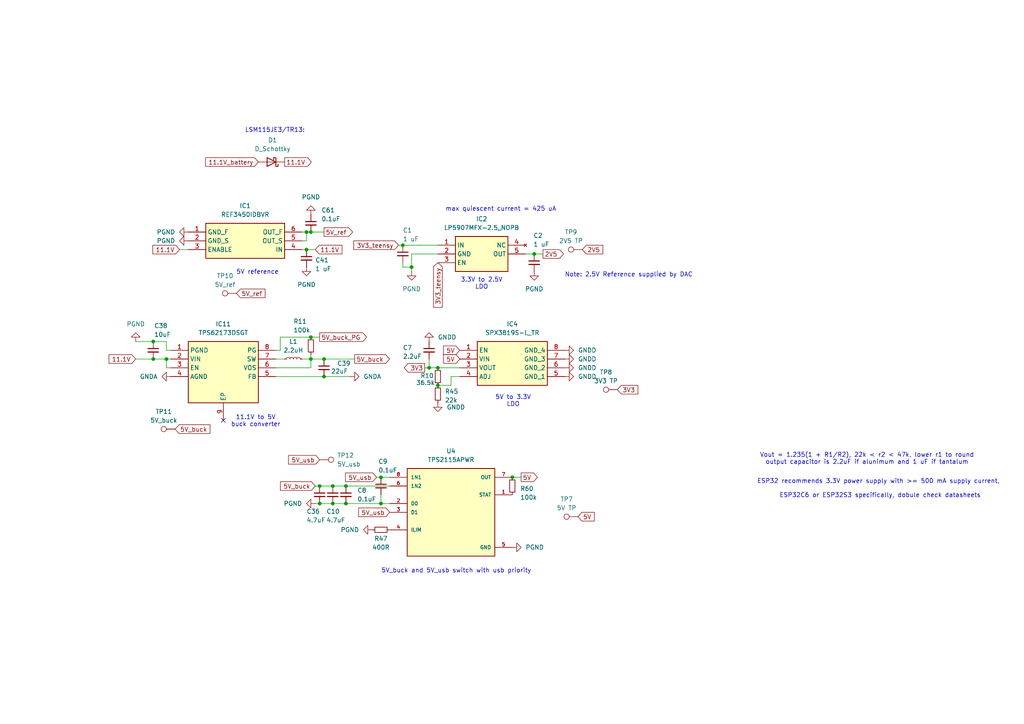
<source format=kicad_sch>
(kicad_sch (version 20250114) (generator "eeschema") (generator_version "9.0")
  (paper "A4")
  (lib_symbols
    (symbol "22XT_Main:LP5907MFX-2.5_NOPB"
      (property "Reference" "IC" (at 21.59 7.62 0))
      (property "Value" "LP5907MFX-2.5_NOPB" (at 21.59 5.08 0))
      (symbol "LP5907MFX-2.5_NOPB_1_1"
        (rectangle (start 5.08 2.54) (end 20.32 -7.62) (stroke (width 0.254)) (fill (type background)))
        (pin passive line (at 0 0 0) (length 5.08) (name "IN") (number "1"))
        (pin passive line (at 0 -2.54 0) (length 5.08) (name "GND") (number "2"))
        (pin passive line (at 0 -5.08 0) (length 5.08) (name "EN") (number "3"))
        (pin no_connect line (at 25.4 0 180) (length 5.08) (name "NC") (number "4"))
        (pin passive line (at 25.4 -2.54 180) (length 5.08) (name "OUT") (number "5"))
      )
    )
    (symbol "22XT_Main:SPX3819S-L_TR"
      (property "Reference" "IC" (at 26.67 7.62 0))
      (property "Value" "SPX3819S-L_TR" (at 26.67 5.08 0))
      (symbol "SPX3819S-L_TR_1_1"
        (rectangle (start 5.08 2.54) (end 25.4 -10.16) (stroke (width 0.254)) (fill (type background)))
        (pin passive line (at 0 0 0) (length 5.08) (name "EN") (number "1"))
        (pin passive line (at 0 -2.54 0) (length 5.08) (name "VIN") (number "2"))
        (pin passive line (at 0 -5.08 0) (length 5.08) (name "VOUT") (number "3"))
        (pin passive line (at 0 -7.62 0) (length 5.08) (name "ADJ") (number "4"))
        (pin passive line (at 30.48 0 180) (length 5.08) (name "GND_4") (number "8"))
        (pin passive line (at 30.48 -2.54 180) (length 5.08) (name "GND_3") (number "7"))
        (pin passive line (at 30.48 -5.08 180) (length 5.08) (name "GND_2") (number "6"))
        (pin passive line (at 30.48 -7.62 180) (length 5.08) (name "GND_1") (number "5"))
      )
    )
    (symbol "22XT_Main:TPS2115APWR" (pin_names (offset 1.016))
      (property "Reference" "U" (at -12.7 13.7 0))
      (property "Value" "TPS2115APWR" (at -12.7 -15.24 0))
      (symbol "TPS2115APWR_0_0"
        (rectangle (start -12.7 -12.7) (end 12.7 12.7) (stroke (width 0.254)) (fill (type background)))
        (pin input line (at -17.78 10.16 0) (length 5.08) (name "1N1") (number "8"))
        (pin input line (at -17.78 7.62 0) (length 5.08) (name "1N2") (number "6"))
        (pin input line (at -17.78 2.54 0) (length 5.08) (name "D0") (number "2"))
        (pin input line (at -17.78 0 0) (length 5.08) (name "D1") (number "3"))
        (pin passive line (at -17.78 -5.08 0) (length 5.08) (name "ILIM") (number "4"))
        (pin output line (at 17.78 10.16 180) (length 5.08) (name "OUT") (number "7"))
        (pin output line (at 17.78 5.08 180) (length 5.08) (name "STAT") (number "1"))
        (pin power_in line (at 17.78 -10.16 180) (length 5.08) (name "GND") (number "5"))
      )
    )
    (symbol "22XT_Main:TPS62173DSGT"
      (property "Reference" "IC" (at 26.67 7.62 0))
      (property "Value" "TPS62173DSGT" (at 26.67 5.08 0))
      (symbol "TPS62173DSGT_1_1"
        (rectangle (start 5.08 2.54) (end 25.4 -15.24) (stroke (width 0.254)) (fill (type background)))
        (pin passive line (at 0 0 0) (length 5.08) (name "PGND") (number "1"))
        (pin passive line (at 0 -2.54 0) (length 5.08) (name "VIN") (number "2"))
        (pin passive line (at 0 -5.08 0) (length 5.08) (name "EN") (number "3"))
        (pin passive line (at 0 -7.62 0) (length 5.08) (name "AGND") (number "4"))
        (pin passive line (at 15.24 -20.32 90) (length 5.08) (name "EP") (number "9"))
        (pin passive line (at 30.48 0 180) (length 5.08) (name "PG") (number "8"))
        (pin passive line (at 30.48 -2.54 180) (length 5.08) (name "SW") (number "7"))
        (pin passive line (at 30.48 -5.08 180) (length 5.08) (name "VOS") (number "6"))
        (pin passive line (at 30.48 -7.62 180) (length 5.08) (name "FB") (number "5"))
      )
    )
    (symbol "22XT_Main_v2:REF3450IDBVR"
      (property "Reference" "IC" (at 29.21 7.62 0))
      (property "Value" "REF3450IDBVR" (at 29.21 5.08 0))
      (symbol "REF3450IDBVR_1_1"
        (rectangle (start 5.08 2.54) (end 27.94 -7.62) (stroke (width 0.254)) (fill (type background)))
        (pin passive line (at 0 0 0) (length 5.08) (name "GND_F") (number "1"))
        (pin passive line (at 0 -2.54 0) (length 5.08) (name "GND_S") (number "2"))
        (pin passive line (at 0 -5.08 0) (length 5.08) (name "ENABLE") (number "3"))
        (pin passive line (at 33.02 0 180) (length 5.08) (name "OUT_F") (number "6"))
        (pin passive line (at 33.02 -2.54 180) (length 5.08) (name "OUT_S") (number "5"))
        (pin passive line (at 33.02 -5.08 180) (length 5.08) (name "IN") (number "4"))
      )
    )
    (symbol "Connector:TestPoint" (pin_numbers (hide yes)) (pin_names (offset 0.762) (hide yes))
      (property "Reference" "TP" (at 0 6.858 0))
      (property "Value" "TestPoint" (at 0 5.08 0))
      (symbol "TestPoint_0_1"
        (circle (center 0 3.302) (radius 0.762))
      )
      (symbol "TestPoint_1_1"
        (pin passive line (at 0 0 90) (length 2.54) (name "1") (number "1"))
      )
    )
    (symbol "Device:C_Small" (pin_numbers (hide yes)) (pin_names (offset 0.254) (hide yes))
      (property "Reference" "C" (at 0.254 1.778 0))
      (property "Value" "C_Small" (at 0.254 -2.032 0))
      (symbol "C_Small_0_1"
        (polyline (pts (xy -1.524 0.508) (xy 1.524 0.508)) (stroke (width 0.3048)))
        (polyline (pts (xy -1.524 -0.508) (xy 1.524 -0.508)) (stroke (width 0.3302)))
      )
      (symbol "C_Small_1_1"
        (pin passive line (at 0 2.54 270) (length 2.032) (name "~") (number "1"))
        (pin passive line (at 0 -2.54 90) (length 2.032) (name "~") (number "2"))
      )
    )
    (symbol "Device:D_Schottky" (pin_numbers (hide yes)) (pin_names (offset 1.016) (hide yes))
      (property "Reference" "D" (at 0 2.54 0))
      (property "Value" "D_Schottky" (at 0 -2.54 0))
      (symbol "D_Schottky_0_1"
        (polyline (pts (xy -1.905 0.635) (xy -1.905 1.27) (xy -1.27 1.27) (xy -1.27 -1.27) (xy -0.635 -1.27) (xy -0.635 -0.635)) (stroke (width 0.254)))
        (polyline (pts (xy 1.27 1.27) (xy 1.27 -1.27) (xy -1.27 0) (xy 1.27 1.27)) (stroke (width 0.254)))
        (polyline (pts (xy 1.27 0) (xy -1.27 0)))
      )
      (symbol "D_Schottky_1_1"
        (pin passive line (at -3.81 0 0) (length 2.54) (name "K") (number "1"))
        (pin passive line (at 3.81 0 180) (length 2.54) (name "A") (number "2"))
      )
    )
    (symbol "Device:L_Small" (pin_numbers (hide yes)) (pin_names (offset 0.254) (hide yes))
      (property "Reference" "L" (at 0.762 1.016 0))
      (property "Value" "L_Small" (at 0.762 -1.016 0))
      (symbol "L_Small_0_1"
        (arc (start 0 2.032) (mid 0.5058 1.524) (end 0 1.016))
        (arc (start 0 1.016) (mid 0.5058 0.508) (end 0 0))
        (arc (start 0 0) (mid 0.5058 -0.508) (end 0 -1.016))
        (arc (start 0 -1.016) (mid 0.5058 -1.524) (end 0 -2.032))
      )
      (symbol "L_Small_1_1"
        (pin passive line (at 0 2.54 270) (length 0.508) (name "~") (number "1"))
        (pin passive line (at 0 -2.54 90) (length 0.508) (name "~") (number "2"))
      )
    )
    (symbol "Device:R_Small" (pin_numbers (hide yes)) (pin_names (offset 0.254) (hide yes))
      (property "Reference" "R" (at 0.762 0.508 0))
      (property "Value" "R_Small" (at 0.762 -1.016 0))
      (symbol "R_Small_0_1"
        (rectangle (start -0.762 1.778) (end 0.762 -1.778) (stroke (width 0.2032)))
      )
      (symbol "R_Small_1_1"
        (pin passive line (at 0 2.54 270) (length 0.762) (name "~") (number "1"))
        (pin passive line (at 0 -2.54 90) (length 0.762) (name "~") (number "2"))
      )
    )
    (symbol "power:GNDA" (power) (pin_numbers (hide yes)) (pin_names (offset 0) (hide yes))
      (property "Value" "GNDA" (at 0 -3.81 0))
      (symbol "GNDA_0_1"
        (polyline (pts (xy 0 0) (xy 0 -1.27) (xy 1.27 -1.27) (xy 0 -2.54) (xy -1.27 -1.27) (xy 0 -1.27)))
      )
      (symbol "GNDA_1_1"
        (pin power_in line (at 0 0 270) (length 0) (name "~") (number "1"))
      )
    )
  )
  (text "LSM115JE3/TR13:" (at 79.756 37.846 0) (effects (font (size 1.27 1.27))))
  (text "5V to 3.3V\nLDO" (at 148.844 116.332 0) (effects (font (size 1.27 1.27))))
  (text "11.1V to 5V\nbuck converter" (at 74.168 122.174 0) (effects (font (size 1.27 1.27))))
  (text "5V_buck and 5V_usb switch with usb priority\n" (at 132.334 165.608 0) (effects (font (size 1.27 1.27))))
  (text "max quiescent current = 425 uA" (at 145.288 60.706 0) (effects (font (size 1.27 1.27))))
  (text "ESP32 recommends 3.3V power supply with >= 500 mA supply current, \n\nESP32C6 or ESP32S3 specifically, dobule check datasheets\n" (at 255.27 141.732 0) (effects (font (size 1.27 1.27))))
  (text "5V reference\n" (at 74.676 78.994 0) (effects (font (size 1.27 1.27))))
  (text "Vout = 1.235(1 + R1/R2), 22k < r2 < 47k, lower r1 to round\noutput capacitor is 2.2uF if alunimum and 1 uF if tantalum" (at 251.46 133.096 0) (effects (font (size 1.27 1.27))))
  (text "3.3V to 2.5V\nLDO" (at 139.7 82.296 0) (effects (font (size 1.27 1.27))))
  (text "Note: 2.5V Reference supplied by DAC" (at 182.372 79.756 0) (effects (font (size 1.27 1.27))))
  (junction (at 124.46 106.68))
  (junction (at 93.98 109.22))
  (junction (at 88.9 67.31))
  (junction (at 100.33 140.97))
  (junction (at 148.59 138.43))
  (junction (at 90.17 97.79))
  (junction (at 92.71 140.97))
  (junction (at 44.45 99.06))
  (junction (at 110.49 146.05))
  (junction (at 44.45 104.14))
  (junction (at 154.94 73.66))
  (junction (at 119.38 77.47))
  (junction (at 96.52 140.97))
  (junction (at 90.17 104.14))
  (junction (at 90.17 67.31))
  (junction (at 116.84 71.12))
  (junction (at 127 106.68))
  (junction (at 93.98 104.14))
  (junction (at 96.52 146.05))
  (junction (at 100.33 146.05))
  (junction (at 88.9 72.39))
  (junction (at 92.71 146.05))
  (junction (at 48.26 104.14))
  (junction (at 110.49 138.43))
  (junction (at 127 111.76))
  (no_connect (at 64.77 121.92))
  (wire (pts (xy 96.52 146.05) (xy 100.33 146.05)))
  (wire (pts (xy 90.17 104.14) (xy 93.98 104.14)))
  (wire (pts (xy 81.28 97.79) (xy 90.17 97.79)))
  (wire (pts (xy 151.13 138.43) (xy 148.59 138.43)))
  (wire (pts (xy 48.26 101.6) (xy 49.53 101.6)))
  (wire (pts (xy 116.84 77.47) (xy 116.84 76.2)))
  (wire (pts (xy 110.49 146.05) (xy 113.03 146.05)))
  (wire (pts (xy 100.33 146.05) (xy 110.49 146.05)))
  (wire (pts (xy 157.48 73.66) (xy 154.94 73.66)))
  (wire (pts (xy 119.38 78.74) (xy 119.38 77.47)))
  (wire (pts (xy 39.37 104.14) (xy 44.45 104.14)))
  (wire (pts (xy 119.38 77.47) (xy 116.84 77.47)))
  (wire (pts (xy 48.26 106.68) (xy 48.26 104.14)))
  (wire (pts (xy 90.17 104.14) (xy 90.17 106.68)))
  (wire (pts (xy 80.01 101.6) (xy 81.28 101.6)))
  (wire (pts (xy 87.63 69.85) (xy 88.9 69.85)))
  (wire (pts (xy 101.6 109.22) (xy 93.98 109.22)))
  (wire (pts (xy 154.94 73.66) (xy 152.4 73.66)))
  (wire (pts (xy 127 111.76) (xy 130.81 111.76)))
  (wire (pts (xy 109.22 138.43) (xy 110.49 138.43)))
  (wire (pts (xy 90.17 97.79) (xy 92.71 97.79)))
  (wire (pts (xy 119.38 73.66) (xy 127 73.66)))
  (wire (pts (xy 80.01 104.14) (xy 82.55 104.14)))
  (wire (pts (xy 91.44 146.05) (xy 92.71 146.05)))
  (wire (pts (xy 87.63 72.39) (xy 88.9 72.39)))
  (wire (pts (xy 90.17 67.31) (xy 93.98 67.31)))
  (wire (pts (xy 96.52 140.97) (xy 100.33 140.97)))
  (wire (pts (xy 130.81 109.22) (xy 133.35 109.22)))
  (wire (pts (xy 48.26 104.14) (xy 49.53 104.14)))
  (wire (pts (xy 110.49 138.43) (xy 113.03 138.43)))
  (wire (pts (xy 127 106.68) (xy 133.35 106.68)))
  (wire (pts (xy 116.84 71.12) (xy 127 71.12)))
  (wire (pts (xy 93.98 109.22) (xy 80.01 109.22)))
  (wire (pts (xy 124.46 104.14) (xy 124.46 106.68)))
  (wire (pts (xy 80.01 106.68) (xy 90.17 106.68)))
  (wire (pts (xy 49.53 106.68) (xy 48.26 106.68)))
  (wire (pts (xy 87.63 104.14) (xy 90.17 104.14)))
  (wire (pts (xy 88.9 67.31) (xy 90.17 67.31)))
  (wire (pts (xy 92.71 146.05) (xy 96.52 146.05)))
  (wire (pts (xy 91.44 140.97) (xy 92.71 140.97)))
  (wire (pts (xy 115.57 71.12) (xy 116.84 71.12)))
  (wire (pts (xy 100.33 140.97) (xy 113.03 140.97)))
  (wire (pts (xy 44.45 104.14) (xy 48.26 104.14)))
  (wire (pts (xy 48.26 99.06) (xy 48.26 101.6)))
  (wire (pts (xy 39.37 99.06) (xy 44.45 99.06)))
  (wire (pts (xy 110.49 143.51) (xy 110.49 146.05)))
  (wire (pts (xy 92.71 140.97) (xy 96.52 140.97)))
  (wire (pts (xy 90.17 102.87) (xy 90.17 104.14)))
  (wire (pts (xy 130.81 111.76) (xy 130.81 109.22)))
  (wire (pts (xy 52.07 72.39) (xy 54.61 72.39)))
  (wire (pts (xy 102.87 104.14) (xy 93.98 104.14)))
  (wire (pts (xy 123.19 106.68) (xy 124.46 106.68)))
  (wire (pts (xy 44.45 99.06) (xy 48.26 99.06)))
  (wire (pts (xy 87.63 67.31) (xy 88.9 67.31)))
  (wire (pts (xy 91.44 72.39) (xy 88.9 72.39)))
  (wire (pts (xy 88.9 69.85) (xy 88.9 67.31)))
  (wire (pts (xy 119.38 77.47) (xy 119.38 73.66)))
  (wire (pts (xy 124.46 106.68) (xy 127 106.68)))
  (wire (pts (xy 81.28 101.6) (xy 81.28 97.79)))
  (global_label "11.1V" (shape input) (at 52.07 72.39 180) (property "Intersheetrefs" "${INTERSHEET_REFS}" (effects (hide yes))))
  (global_label "3V3" (shape input) (at 179.07 113.03 0) (property "Intersheetrefs" "${INTERSHEET_REFS}" (effects (hide yes))))
  (global_label "5V" (shape input) (at 133.35 104.14 180) (property "Intersheetrefs" "${INTERSHEET_REFS}" (effects (hide yes))))
  (global_label "11.1V" (shape input) (at 91.44 72.39 0) (property "Intersheetrefs" "${INTERSHEET_REFS}" (effects (hide yes))))
  (global_label "3V3_teensy" (shape input) (at 115.57 71.12 180) (property "Intersheetrefs" "${INTERSHEET_REFS}" (effects (hide yes))))
  (global_label "3V3_teensy" (shape input) (at 127 76.2 270) (property "Intersheetrefs" "${INTERSHEET_REFS}" (effects (hide yes))))
  (global_label "5V_ref" (shape input) (at 68.58 85.09 0) (property "Intersheetrefs" "${INTERSHEET_REFS}" (effects (hide yes))))
  (global_label "5V" (shape output) (at 151.13 138.43 0) (property "Intersheetrefs" "${INTERSHEET_REFS}" (effects (hide yes))))
  (global_label "5V_ref" (shape output) (at 93.98 67.31 0) (property "Intersheetrefs" "${INTERSHEET_REFS}" (effects (hide yes))))
  (global_label "5V_usb" (shape input) (at 113.03 148.59 180) (property "Intersheetrefs" "${INTERSHEET_REFS}" (effects (hide yes))))
  (global_label "5V_usb" (shape input) (at 92.71 133.35 180) (property "Intersheetrefs" "${INTERSHEET_REFS}" (effects (hide yes))))
  (global_label "5V_usb" (shape input) (at 109.22 138.43 180) (property "Intersheetrefs" "${INTERSHEET_REFS}" (effects (hide yes))))
  (global_label "5V_buck" (shape input) (at 91.44 140.97 180) (property "Intersheetrefs" "${INTERSHEET_REFS}" (effects (hide yes))))
  (global_label "3V3" (shape output) (at 123.19 106.68 180) (property "Intersheetrefs" "${INTERSHEET_REFS}" (effects (hide yes))))
  (global_label "5V" (shape input) (at 167.64 149.86 0) (property "Intersheetrefs" "${INTERSHEET_REFS}" (effects (hide yes))))
  (global_label "5V_buck" (shape output) (at 102.87 104.14 0) (property "Intersheetrefs" "${INTERSHEET_REFS}" (effects (hide yes))))
  (global_label "5V" (shape input) (at 133.35 101.6 180) (property "Intersheetrefs" "${INTERSHEET_REFS}" (effects (hide yes))))
  (global_label "11.1V" (shape input) (at 39.37 104.14 180) (property "Intersheetrefs" "${INTERSHEET_REFS}" (effects (hide yes))))
  (global_label "5V_buck_PG" (shape output) (at 92.71 97.79 0) (property "Intersheetrefs" "${INTERSHEET_REFS}" (effects (hide yes))))
  (global_label "11.1V" (shape output) (at 82.55 46.99 0) (property "Intersheetrefs" "${INTERSHEET_REFS}" (effects (hide yes))))
  (global_label "2V5" (shape output) (at 157.48 73.66 0) (property "Intersheetrefs" "${INTERSHEET_REFS}" (effects (hide yes))))
  (global_label "5V_buck" (shape input) (at 50.8 124.46 0) (property "Intersheetrefs" "${INTERSHEET_REFS}" (effects (hide yes))))
  (global_label "2V5" (shape input) (at 168.91 72.39 0) (property "Intersheetrefs" "${INTERSHEET_REFS}" (effects (hide yes))))
  (global_label "11.1V_battery" (shape input) (at 74.93 46.99 180) (property "Intersheetrefs" "${INTERSHEET_REFS}" (effects (hide yes))))
  (symbol (lib_id "Device:R_Small") (at 127 109.22 0) (unit 1)
    (property "Reference" "R10" (at 121.92 108.966 0) (effects (justify left)))
    (property "Value" "36.5k" (at 120.65 110.998 0) (effects (justify left)))
    (property "Footprint" "Resistor_SMD:R_0402_1005Metric" (effects (hide yes)))
    (property "Description" "Resistor, small symbol" (effects (hide yes)))
  )
  (symbol (lib_id "power:GNDA") (at 127 116.84 0) (unit 1)
    (property "Reference" "#PWR033" (effects (hide yes)))
    (property "Value" "GNDD" (at 129.54 118.1099 0) (effects (justify left)))
    (property "Description" "Power symbol creates a global label with name \"GNDA\" , analog ground" (effects (hide yes)))
  )
  (symbol (lib_id "Device:D_Schottky") (at 78.74 46.99 180) (unit 1)
    (property "Reference" "D1" (at 79.0575 40.64 0))
    (property "Value" "D_Schottky" (at 79.0575 43.18 0))
    (property "Footprint" "22XT_Main:DO-214BA_MCH" (effects (hide yes)))
    (property "Description" "Schottky diode" (effects (hide yes)))
  )
  (symbol (lib_id "power:GNDA") (at 119.38 78.74 0) (unit 1)
    (property "Reference" "#PWR011" (effects (hide yes)))
    (property "Value" "PGND" (at 119.38 83.82 0))
    (property "Description" "Power symbol creates a global label with name \"GNDA\" , analog ground" (effects (hide yes)))
  )
  (symbol (lib_id "22XT_Main:TPS62173DSGT") (at 49.53 101.6 0) (unit 1)
    (property "Reference" "IC11" (at 64.77 93.98 0))
    (property "Value" "TPS62173DSGT" (at 64.77 96.52 0))
    (property "Footprint" "22XT_Main:SON50P200X200X80-9N" (effects (hide yes)))
    (property "Datasheet" "http://www.ti.com/lit/gpn/tps62173" (effects (hide yes)))
    (property "Description" "317V 0.5A Step-Down Converter in 2x2 QFN package" (effects (hide yes)))
    (property "Height" "0.8" (effects (hide yes)))
    (property "Mouser Part Number" "595-TPS62173DSGT" (effects (hide yes)))
    (property "Mouser Price/Stock" "https://www.mouser.co.uk/ProductDetail/Texas-Instruments/TPS62173DSGT?qs=gXEV9p%2FxLgfTBYNt8DeoOw%3D%3D" (effects (hide yes)))
    (property "Manufacturer_Name" "Texas Instruments" (effects (hide yes)))
    (property "Manufacturer_Part_Number" "TPS62173DSGT" (effects (hide yes)))
  )
  (symbol (lib_id "Device:C_Small") (at 88.9 74.93 0) (unit 1)
    (property "Reference" "C41" (at 91.44 75.438 0) (effects (justify left)))
    (property "Value" "1 uF" (at 91.44 77.978 0) (effects (justify left)))
    (property "Footprint" "Capacitor_SMD:C_0402_1005Metric" (effects (hide yes)))
    (property "Description" "Unpolarized capacitor, small symbol" (effects (hide yes)))
  )
  (symbol (lib_id "power:GNDA") (at 148.59 158.75 90) (unit 1)
    (property "Reference" "#PWR058" (effects (hide yes)))
    (property "Value" "PGND" (at 152.4 158.7499 90) (effects (justify right)))
    (property "Description" "Power symbol creates a global label with name \"GNDA\" , analog ground" (effects (hide yes)))
  )
  (symbol (lib_id "Connector:TestPoint") (at 92.71 133.35 270) (unit 1)
    (property "Reference" "TP12" (at 97.79 132.0799 90) (effects (justify left)))
    (property "Value" "5V_usb" (at 97.79 134.6199 90) (effects (justify left)))
    (property "Footprint" "TestPoint:TestPoint_Pad_1.0x1.0mm" (effects (hide yes)))
    (property "Description" "test point" (effects (hide yes)))
  )
  (symbol (lib_id "22XT_Main:LP5907MFX-2.5_NOPB") (at 127 71.12 0) (unit 1)
    (property "Reference" "IC2" (at 139.7 63.5 0))
    (property "Value" "LP5907MFX-2.5_NOPB" (at 139.7 66.04 0))
    (property "Footprint" "Package_TO_SOT_SMD:SOT-23-5" (effects (hide yes)))
    (property "Datasheet" "http://www.ti.com/lit/ds/symlink/lp5907.pdf" (effects (hide yes)))
    (property "Description" "250-mA ultra-low-noise low-IQ low-dropout (LDO) linear regulator" (effects (hide yes)))
    (property "Height" "1.45" (effects (hide yes)))
    (property "Mouser Part Number" "595-LP5907MFX2.5NOPB" (effects (hide yes)))
    (property "Mouser Price/Stock" "https://www.mouser.co.uk/ProductDetail/Texas-Instruments/LP5907MFX-2.5-NOPB?qs=Lb6%252B0IsOw48doB%252BHU%252BzWVg%3D%3D" (effects (hide yes)))
    (property "Manufacturer_Name" "Texas Instruments" (effects (hide yes)))
    (property "Manufacturer_Part_Number" "LP5907MFX-2.5/NOPB" (effects (hide yes)))
  )
  (symbol (lib_id "Device:C_Small") (at 44.45 101.6 0) (unit 1)
    (property "Reference" "C38" (at 44.704 94.488 0) (effects (justify left)))
    (property "Value" "10uF" (at 44.704 97.028 0) (effects (justify left)))
    (property "Footprint" "Capacitor_SMD:C_0402_1005Metric" (effects (hide yes)))
    (property "Description" "Unpolarized capacitor, small symbol" (effects (hide yes)))
  )
  (symbol (lib_id "Device:C_Small") (at 100.33 143.51 0) (unit 1)
    (property "Reference" "C8" (at 103.632 142.24 0) (effects (justify left)))
    (property "Value" "0.1uF" (at 103.632 144.78 0) (effects (justify left)))
    (property "Footprint" "Capacitor_SMD:C_0402_1005Metric" (effects (hide yes)))
    (property "Description" "Unpolarized capacitor, small symbol" (effects (hide yes)))
  )
  (symbol (lib_id "Device:R_Small") (at 90.17 100.33 0) (unit 1)
    (property "Reference" "R11" (at 85.09 93.218 0) (effects (justify left)))
    (property "Value" "100k" (at 85.09 95.758 0) (effects (justify left)))
    (property "Footprint" "Resistor_SMD:R_0402_1005Metric" (effects (hide yes)))
    (property "Description" "Resistor, small symbol" (effects (hide yes)))
  )
  (symbol (lib_id "Device:C_Small") (at 92.71 143.51 0) (unit 1)
    (property "Reference" "C36" (at 88.9 148.336 0) (effects (justify left)))
    (property "Value" "4.7uF" (at 88.9 150.876 0) (effects (justify left)))
    (property "Footprint" "Capacitor_SMD:C_0402_1005Metric" (effects (hide yes)))
    (property "Description" "Unpolarized capacitor, small symbol" (effects (hide yes)))
  )
  (symbol (lib_id "Device:R_Small") (at 148.59 140.97 0) (unit 1)
    (property "Reference" "R60" (at 150.876 141.732 0) (effects (justify left)))
    (property "Value" "100k" (at 150.876 144.272 0) (effects (justify left)))
    (property "Footprint" "Resistor_SMD:R_0402_1005Metric" (effects (hide yes)))
    (property "Description" "Resistor, small symbol" (effects (hide yes)))
  )
  (symbol (lib_id "Device:C_Small") (at 93.98 106.68 0) (unit 1)
    (property "Reference" "C39" (at 97.79 105.41 0) (effects (justify left)))
    (property "Value" "22uF" (at 96.012 107.696 0) (effects (justify left)))
    (property "Footprint" "Capacitor_SMD:C_0402_1005Metric" (effects (hide yes)))
    (property "Description" "Unpolarized capacitor, small symbol" (effects (hide yes)))
  )
  (symbol (lib_id "power:GNDA") (at 101.6 109.22 90) (unit 1)
    (property "Reference" "#PWR074" (effects (hide yes)))
    (property "Value" "GNDA" (at 105.41 109.2199 90) (effects (justify right)))
    (property "Description" "Power symbol creates a global label with name \"GNDA\" , analog ground" (effects (hide yes)))
  )
  (symbol (lib_id "Device:C_Small") (at 116.84 73.66 0) (unit 1)
    (property "Reference" "C1" (at 116.84 66.802 0) (effects (justify left)))
    (property "Value" "1 uF" (at 116.84 69.342 0) (effects (justify left)))
    (property "Footprint" "Capacitor_SMD:C_0402_1005Metric" (effects (hide yes)))
    (property "Description" "Unpolarized capacitor, small symbol" (effects (hide yes)))
  )
  (symbol (lib_id "power:GNDA") (at 54.61 67.31 270) (unit 1)
    (property "Reference" "#PWR056" (effects (hide yes)))
    (property "Value" "PGND" (at 50.8 67.3099 90) (effects (justify right)))
    (property "Description" "Power symbol creates a global label with name \"GNDA\" , analog ground" (effects (hide yes)))
  )
  (symbol (lib_id "power:GNDA") (at 163.83 101.6 90) (unit 1)
    (property "Reference" "#PWR047" (effects (hide yes)))
    (property "Value" "GNDD" (at 167.64 101.5999 90) (effects (justify right)))
    (property "Description" "Power symbol creates a global label with name \"GNDA\" , analog ground" (effects (hide yes)))
  )
  (symbol (lib_id "Connector:TestPoint") (at 179.07 113.03 90) (unit 1)
    (property "Reference" "TP8" (at 175.768 107.95 90))
    (property "Value" "3V3 TP" (at 175.768 110.49 90))
    (property "Footprint" "TestPoint:TestPoint_Pad_1.0x1.0mm" (effects (hide yes)))
    (property "Description" "test point" (effects (hide yes)))
  )
  (symbol (lib_id "power:GNDA") (at 88.9 77.47 0) (unit 1)
    (property "Reference" "#PWR07" (effects (hide yes)))
    (property "Value" "PGND" (at 88.9 82.55 0))
    (property "Description" "Power symbol creates a global label with name \"GNDA\" , analog ground" (effects (hide yes)))
  )
  (symbol (lib_id "Connector:TestPoint") (at 50.8 124.46 90) (unit 1)
    (property "Reference" "TP11" (at 47.498 119.38 90))
    (property "Value" "5V_buck" (at 47.498 121.92 90))
    (property "Footprint" "TestPoint:TestPoint_Pad_1.0x1.0mm" (effects (hide yes)))
    (property "Description" "test point" (effects (hide yes)))
  )
  (symbol (lib_id "power:GNDA") (at 124.46 99.06 180) (unit 1)
    (property "Reference" "#PWR046" (effects (hide yes)))
    (property "Value" "GNDD" (at 127 97.7899 0) (effects (justify right)))
    (property "Description" "Power symbol creates a global label with name \"GNDA\" , analog ground" (effects (hide yes)))
  )
  (symbol (lib_id "Device:C_Small") (at 110.49 140.97 0) (unit 1)
    (property "Reference" "C9" (at 109.728 133.858 0) (effects (justify left)))
    (property "Value" "0.1uF" (at 109.728 136.398 0) (effects (justify left)))
    (property "Footprint" "Capacitor_SMD:C_0402_1005Metric" (effects (hide yes)))
    (property "Description" "Unpolarized capacitor, small symbol" (effects (hide yes)))
  )
  (symbol (lib_id "power:GNDA") (at 163.83 109.22 90) (unit 1)
    (property "Reference" "#PWR051" (effects (hide yes)))
    (property "Value" "GNDD" (at 167.64 109.2199 90) (effects (justify right)))
    (property "Description" "Power symbol creates a global label with name \"GNDA\" , analog ground" (effects (hide yes)))
  )
  (symbol (lib_id "power:GNDA") (at 49.53 109.22 270) (unit 1)
    (property "Reference" "#PWR073" (effects (hide yes)))
    (property "Value" "GNDA" (at 45.72 109.2199 90) (effects (justify right)))
    (property "Description" "Power symbol creates a global label with name \"GNDA\" , analog ground" (effects (hide yes)))
  )
  (symbol (lib_id "Device:C_Small") (at 96.52 143.51 0) (unit 1)
    (property "Reference" "C10" (at 94.6589 148.336 0) (effects (justify left)))
    (property "Value" "4.7uF" (at 94.6589 150.876 0) (effects (justify left)))
    (property "Footprint" "Capacitor_SMD:C_0402_1005Metric" (effects (hide yes)))
    (property "Description" "Unpolarized capacitor, small symbol" (effects (hide yes)))
  )
  (symbol (lib_id "22XT_Main_v2:REF3450IDBVR") (at 54.61 67.31 0) (unit 1)
    (property "Reference" "IC1" (at 71.12 59.69 0))
    (property "Value" "REF3450IDBVR" (at 71.12 62.23 0))
    (property "Footprint" "SOT95P280X145-6N" (effects (hide yes)))
    (property "Datasheet" "http://www.ti.com/lit/ds/symlink/ref3440.pdf" (effects (hide yes)))
    (property "Description" "5-V low-drift low-power small-footprint series voltage reference" (effects (hide yes)))
    (property "Height" "1.45" (effects (hide yes)))
    (property "Mouser Part Number" "595-REF3450IDBVR" (effects (hide yes)))
    (property "Mouser Price/Stock" "https://www.mouser.co.uk/ProductDetail/Texas-Instruments/REF3450IDBVR?qs=55YtniHzbhBkMjMysxx4Wg%3D%3D" (effects (hide yes)))
    (property "Manufacturer_Name" "Texas Instruments" (effects (hide yes)))
    (property "Manufacturer_Part_Number" "REF3450IDBVR" (effects (hide yes)))
  )
  (symbol (lib_id "22XT_Main:TPS2115APWR") (at 130.81 148.59 0) (unit 1)
    (property "Reference" "U4" (at 130.81 130.81 0))
    (property "Value" "TPS2115APWR" (at 130.81 133.35 0))
    (property "Footprint" "22XT_Main:SOP65P640X120-8N" (effects (hide yes)))
    (property "PARTREV" "F" (effects (hide yes)))
    (property "MANUFACTURER" "Texas Instruments" (effects (hide yes)))
    (property "MAXIMUM_PACKAGE_HEIGHT" "1.2 mm" (effects (hide yes)))
    (property "STANDARD" "IPC 7351B" (effects (hide yes)))
  )
  (symbol (lib_id "Connector:TestPoint") (at 167.64 149.86 90) (unit 1)
    (property "Reference" "TP7" (at 164.338 144.78 90))
    (property "Value" "5V TP" (at 164.338 147.32 90))
    (property "Footprint" "TestPoint:TestPoint_Pad_1.0x1.0mm" (effects (hide yes)))
    (property "Description" "test point" (effects (hide yes)))
  )
  (symbol (lib_id "power:GNDA") (at 163.83 104.14 90) (unit 1)
    (property "Reference" "#PWR048" (effects (hide yes)))
    (property "Value" "GNDD" (at 167.64 104.1399 90) (effects (justify right)))
    (property "Description" "Power symbol creates a global label with name \"GNDA\" , analog ground" (effects (hide yes)))
  )
  (symbol (lib_id "Device:R_Small") (at 127 114.3 0) (unit 1)
    (property "Reference" "R45" (at 129.032 113.538 0) (effects (justify left)))
    (property "Value" "22k" (at 129.032 116.078 0) (effects (justify left)))
    (property "Footprint" "Resistor_SMD:R_0402_1005Metric" (effects (hide yes)))
    (property "Description" "Resistor, small symbol" (effects (hide yes)))
  )
  (symbol (lib_id "power:GNDA") (at 39.37 99.06 180) (unit 1)
    (property "Reference" "#PWR031" (effects (hide yes)))
    (property "Value" "PGND" (at 39.37 93.98 0))
    (property "Description" "Power symbol creates a global label with name \"GNDA\" , analog ground" (effects (hide yes)))
  )
  (symbol (lib_id "power:GNDA") (at 90.17 62.23 180) (unit 1)
    (property "Reference" "#PWR099" (effects (hide yes)))
    (property "Value" "PGND" (at 90.17 57.15 0))
    (property "Description" "Power symbol creates a global label with name \"GNDA\" , analog ground" (effects (hide yes)))
  )
  (symbol (lib_id "power:GNDA") (at 107.95 153.67 270) (unit 1)
    (property "Reference" "#PWR054" (effects (hide yes)))
    (property "Value" "PGND" (at 104.14 153.6699 90) (effects (justify right)))
    (property "Description" "Power symbol creates a global label with name \"GNDA\" , analog ground" (effects (hide yes)))
  )
  (symbol (lib_id "power:GNDA") (at 163.83 106.68 90) (unit 1)
    (property "Reference" "#PWR050" (effects (hide yes)))
    (property "Value" "GNDD" (at 167.64 106.68 90) (effects (justify right)))
    (property "Description" "Power symbol creates a global label with name \"GNDA\" , analog ground" (effects (hide yes)))
  )
  (symbol (lib_id "power:GNDA") (at 91.44 146.05 270) (unit 1)
    (property "Reference" "#PWR055" (effects (hide yes)))
    (property "Value" "PGND" (at 87.63 146.0499 90) (effects (justify right)))
    (property "Description" "Power symbol creates a global label with name \"GNDA\" , analog ground" (effects (hide yes)))
  )
  (symbol (lib_id "Device:L_Small") (at 85.09 104.14 90) (unit 1)
    (property "Reference" "L1" (at 85.09 99.06 90))
    (property "Value" "2.2uH" (at 85.09 101.6 90))
    (property "Footprint" "Inductor_SMD:L_0402_1005Metric" (effects (hide yes)))
    (property "Description" "Inductor, small symbol" (effects (hide yes)))
  )
  (symbol (lib_id "Device:C_Small") (at 154.94 76.2 0) (unit 1)
    (property "Reference" "C2" (at 154.686 68.326 0) (effects (justify left)))
    (property "Value" "1 uF" (at 154.686 70.866 0) (effects (justify left)))
    (property "Footprint" "Capacitor_SMD:C_0402_1005Metric" (effects (hide yes)))
    (property "Description" "Unpolarized capacitor, small symbol" (effects (hide yes)))
  )
  (symbol (lib_id "Connector:TestPoint") (at 168.91 72.39 90) (unit 1)
    (property "Reference" "TP9" (at 165.608 67.31 90))
    (property "Value" "2V5 TP" (at 165.608 69.85 90))
    (property "Footprint" "TestPoint:TestPoint_Pad_1.0x1.0mm" (effects (hide yes)))
    (property "Description" "test point" (effects (hide yes)))
  )
  (symbol (lib_id "Device:R_Small") (at 110.49 153.67 270) (unit 1)
    (property "Reference" "R47" (at 110.49 156.21 90))
    (property "Value" "400R" (at 110.49 158.75 90))
    (property "Footprint" "Resistor_SMD:R_0402_1005Metric" (effects (hide yes)))
    (property "Description" "Resistor, small symbol" (effects (hide yes)))
  )
  (symbol (lib_id "Connector:TestPoint") (at 68.58 85.09 90) (unit 1)
    (property "Reference" "TP10" (at 65.278 80.01 90))
    (property "Value" "5V_ref" (at 65.278 82.55 90))
    (property "Footprint" "TestPoint:TestPoint_Pad_1.0x1.0mm" (effects (hide yes)))
    (property "Description" "test point" (effects (hide yes)))
  )
  (symbol (lib_id "Device:C_Small") (at 90.17 64.77 0) (unit 1)
    (property "Reference" "C61" (at 93.218 60.96 0) (effects (justify left)))
    (property "Value" "0.1uF" (at 93.218 63.5 0) (effects (justify left)))
    (property "Footprint" "Capacitor_SMD:C_0402_1005Metric" (effects (hide yes)))
    (property "Description" "Unpolarized capacitor, small symbol" (effects (hide yes)))
  )
  (symbol (lib_id "power:GNDA") (at 54.61 69.85 270) (unit 1)
    (property "Reference" "#PWR098" (effects (hide yes)))
    (property "Value" "PGND" (at 50.8 69.8499 90) (effects (justify right)))
    (property "Description" "Power symbol creates a global label with name \"GNDA\" , analog ground" (effects (hide yes)))
  )
  (symbol (lib_id "power:GNDA") (at 154.94 78.74 0) (unit 1)
    (property "Reference" "#PWR09" (effects (hide yes)))
    (property "Value" "PGND" (at 154.94 83.82 0))
    (property "Description" "Power symbol creates a global label with name \"GNDA\" , analog ground" (effects (hide yes)))
  )
  (symbol (lib_id "22XT_Main:SPX3819S-L_TR") (at 133.35 101.6 0) (unit 1)
    (property "Reference" "IC4" (at 148.59 93.98 0))
    (property "Value" "SPX3819S-L_TR" (at 148.59 96.52 0))
    (property "Footprint" "22XT_Main:SOIC127P600X175-8N" (effects (hide yes)))
    (property "Datasheet" "https://www.maxlinear.com/document?id=22106" (effects (hide yes)))
    (property "Description" "LDO Voltage Regulators 500mA LOW NOISE LDO" (effects (hide yes)))
    (property "Height" "1.75" (effects (hide yes)))
    (property "Mouser Part Number" "701-SPX3819S-L/TR" (effects (hide yes)))
    (property "Mouser Price/Stock" "https://www.mouser.co.uk/ProductDetail/MaxLinear/SPX3819S-L-TR?qs=S%2FCBhQS5rCrzMX4peN58gQ%3D%3D" (effects (hide yes)))
    (property "Manufacturer_Name" "MaxLinear, Inc." (effects (hide yes)))
    (property "Manufacturer_Part_Number" "SPX3819S-L/TR" (effects (hide yes)))
  )
  (symbol (lib_id "Device:C_Small") (at 124.46 101.6 0) (unit 1)
    (property "Reference" "C7" (at 116.84 100.838 0) (effects (justify left)))
    (property "Value" "2.2uF" (at 116.84 103.378 0) (effects (justify left)))
    (property "Footprint" "Capacitor_SMD:C_0402_1005Metric" (effects (hide yes)))
    (property "Description" "Unpolarized capacitor, small symbol" (effects (hide yes)))
  )
)
</source>
